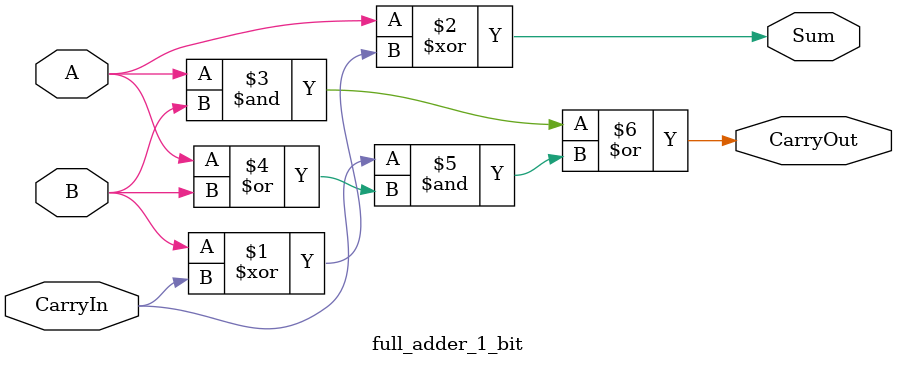
<source format=v>
`timescale 1ns/1ps

module TopLevel;
  reg A,B,CarryIn;
  wire Sum,CarryOut;
  full_adder_1_bit full_adder(A,B,CarryIn,Sum,CarryOut);

  initial begin
    A = 0; B = 0; CarryIn = 0; #50
    $display("A = %b, B = %b, CarryIn = %b, Sum = %b, CarryOut = %b \n",A,B,CarryIn,Sum,CarryOut);
    A = 0; B = 0; CarryIn = 1; #50
    $display("A = %b, B = %b, CarryIn = %b, Sum = %b, CarryOut = %b \n",A,B,CarryIn,Sum,CarryOut);
    A = 0; B = 1; CarryIn = 0; #50
    $display("A = %b, B = %b, CarryIn = %b, Sum = %b, CarryOut = %b \n",A,B,CarryIn,Sum,CarryOut);
    A = 0; B = 1; CarryIn = 1; #50
    $display("A = %b, B = %b, CarryIn = %b, Sum = %b, CarryOut = %b \n",A,B,CarryIn,Sum,CarryOut);
    A = 1; B = 0; CarryIn = 0; #50
    $display("A = %b, B = %b, CarryIn = %b, Sum = %b, CarryOut = %b \n",A,B,CarryIn,Sum,CarryOut);
    A = 1; B = 0; CarryIn = 1; #50
    $display("A = %b, B = %b, CarryIn = %b, Sum = %b, CarryOut = %b \n",A,B,CarryIn,Sum,CarryOut);
    A = 1; B = 1; CarryIn = 0; #50
    $display("A = %b, B = %b, CarryIn = %b, Sum = %b, CarryOut = %b \n",A,B,CarryIn,Sum,CarryOut);
    A = 1; B = 1; CarryIn = 1; #50
    $display("A = %b, B = %b, CarryIn = %b, Sum = %b, CarryOut = %b \n",A,B,CarryIn,Sum,CarryOut);
    $finish;
  end
endmodule

module full_adder_1_bit(A,B,CarryIn,Sum,CarryOut);
    input A,B,CarryIn;
    output Sum,CarryOut; wire Sum,CarryOut;
    assign Sum = A ^ (B ^ CarryIn);
    assign CarryOut = (A & B) | (CarryIn & (A | B));
endmodule

</source>
